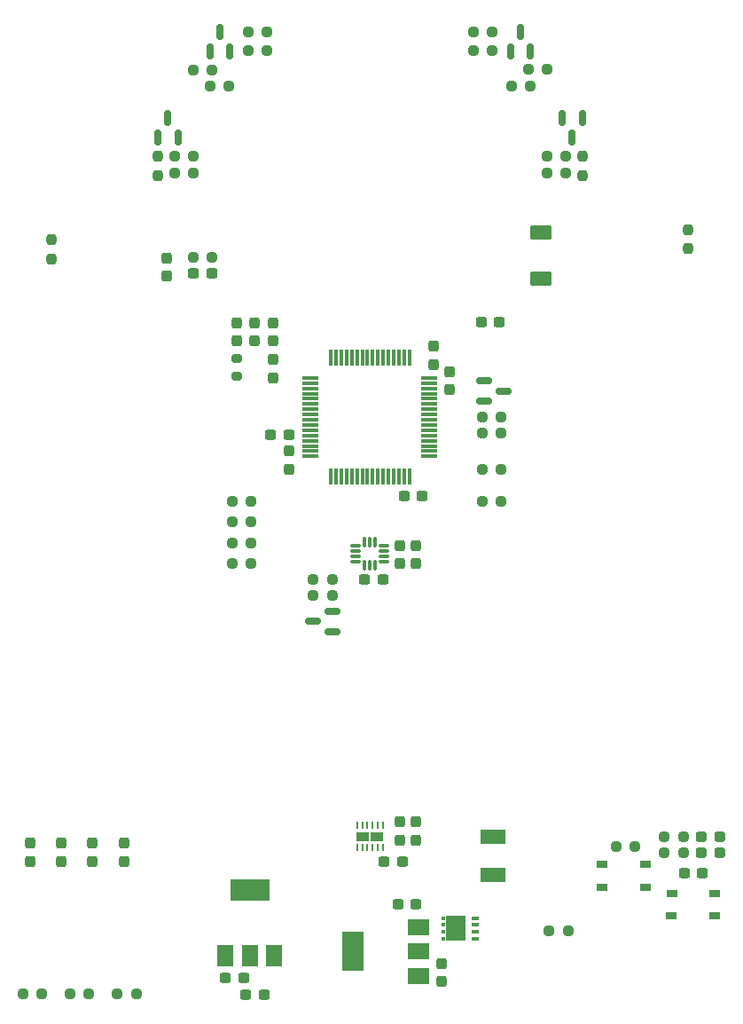
<source format=gtp>
G04 #@! TF.GenerationSoftware,KiCad,Pcbnew,7.0.9-7.0.9~ubuntu22.04.1*
G04 #@! TF.CreationDate,2023-12-19T11:18:58+09:00*
G04 #@! TF.ProjectId,fast_respect,66617374-5f72-4657-9370-6563742e6b69,rev?*
G04 #@! TF.SameCoordinates,Original*
G04 #@! TF.FileFunction,Paste,Top*
G04 #@! TF.FilePolarity,Positive*
%FSLAX46Y46*%
G04 Gerber Fmt 4.6, Leading zero omitted, Abs format (unit mm)*
G04 Created by KiCad (PCBNEW 7.0.9-7.0.9~ubuntu22.04.1) date 2023-12-19 11:18:58*
%MOMM*%
%LPD*%
G01*
G04 APERTURE LIST*
G04 Aperture macros list*
%AMRoundRect*
0 Rectangle with rounded corners*
0 $1 Rounding radius*
0 $2 $3 $4 $5 $6 $7 $8 $9 X,Y pos of 4 corners*
0 Add a 4 corners polygon primitive as box body*
4,1,4,$2,$3,$4,$5,$6,$7,$8,$9,$2,$3,0*
0 Add four circle primitives for the rounded corners*
1,1,$1+$1,$2,$3*
1,1,$1+$1,$4,$5*
1,1,$1+$1,$6,$7*
1,1,$1+$1,$8,$9*
0 Add four rect primitives between the rounded corners*
20,1,$1+$1,$2,$3,$4,$5,0*
20,1,$1+$1,$4,$5,$6,$7,0*
20,1,$1+$1,$6,$7,$8,$9,0*
20,1,$1+$1,$8,$9,$2,$3,0*%
G04 Aperture macros list end*
%ADD10RoundRect,0.237500X-0.250000X-0.237500X0.250000X-0.237500X0.250000X0.237500X-0.250000X0.237500X0*%
%ADD11R,1.050000X0.650000*%
%ADD12RoundRect,0.237500X0.237500X-0.300000X0.237500X0.300000X-0.237500X0.300000X-0.237500X-0.300000X0*%
%ADD13RoundRect,0.237500X0.250000X0.237500X-0.250000X0.237500X-0.250000X-0.237500X0.250000X-0.237500X0*%
%ADD14RoundRect,0.250000X0.800000X-0.450000X0.800000X0.450000X-0.800000X0.450000X-0.800000X-0.450000X0*%
%ADD15RoundRect,0.237500X0.300000X0.237500X-0.300000X0.237500X-0.300000X-0.237500X0.300000X-0.237500X0*%
%ADD16R,0.650000X0.350000*%
%ADD17R,0.450000X0.350000*%
%ADD18R,1.930000X2.450000*%
%ADD19RoundRect,0.237500X-0.237500X0.300000X-0.237500X-0.300000X0.237500X-0.300000X0.237500X0.300000X0*%
%ADD20RoundRect,0.237500X0.287500X0.237500X-0.287500X0.237500X-0.287500X-0.237500X0.287500X-0.237500X0*%
%ADD21RoundRect,0.200000X-0.275000X0.200000X-0.275000X-0.200000X0.275000X-0.200000X0.275000X0.200000X0*%
%ADD22RoundRect,0.237500X0.237500X-0.250000X0.237500X0.250000X-0.237500X0.250000X-0.237500X-0.250000X0*%
%ADD23RoundRect,0.150000X-0.587500X-0.150000X0.587500X-0.150000X0.587500X0.150000X-0.587500X0.150000X0*%
%ADD24RoundRect,0.237500X-0.300000X-0.237500X0.300000X-0.237500X0.300000X0.237500X-0.300000X0.237500X0*%
%ADD25RoundRect,0.075000X-0.075000X0.700000X-0.075000X-0.700000X0.075000X-0.700000X0.075000X0.700000X0*%
%ADD26RoundRect,0.075000X-0.700000X0.075000X-0.700000X-0.075000X0.700000X-0.075000X0.700000X0.075000X0*%
%ADD27RoundRect,0.237500X-0.237500X0.287500X-0.237500X-0.287500X0.237500X-0.287500X0.237500X0.287500X0*%
%ADD28RoundRect,0.150000X-0.150000X0.587500X-0.150000X-0.587500X0.150000X-0.587500X0.150000X0.587500X0*%
%ADD29RoundRect,0.150000X0.150000X-0.587500X0.150000X0.587500X-0.150000X0.587500X-0.150000X-0.587500X0*%
%ADD30RoundRect,0.150000X0.587500X0.150000X-0.587500X0.150000X-0.587500X-0.150000X0.587500X-0.150000X0*%
%ADD31R,1.170000X0.950000*%
%ADD32R,0.250000X0.750000*%
%ADD33RoundRect,0.087500X-0.412500X-0.087500X0.412500X-0.087500X0.412500X0.087500X-0.412500X0.087500X0*%
%ADD34RoundRect,0.087500X-0.087500X-0.412500X0.087500X-0.412500X0.087500X0.412500X-0.087500X0.412500X0*%
%ADD35R,2.400000X1.450000*%
%ADD36R,2.000000X1.500000*%
%ADD37R,2.000000X3.800000*%
%ADD38R,1.500000X2.000000*%
%ADD39R,3.800000X2.000000*%
G04 APERTURE END LIST*
D10*
X149837500Y-57000000D03*
X151662500Y-57000000D03*
D11*
X166275000Y-136825000D03*
X162125000Y-136825000D03*
X166275000Y-134675000D03*
X162150000Y-134675000D03*
D12*
X146050000Y-86962500D03*
X146050000Y-85237500D03*
D13*
X158690000Y-67100000D03*
X156865000Y-67100000D03*
D14*
X156300000Y-78800000D03*
X156300000Y-74400000D03*
D12*
X142850000Y-105975000D03*
X142850000Y-104250000D03*
D15*
X143062500Y-134400000D03*
X141337500Y-134400000D03*
D16*
X150050000Y-139800000D03*
X150050000Y-141750000D03*
X150050000Y-141100000D03*
X150050000Y-140450000D03*
D17*
X147000000Y-141750000D03*
X147000000Y-141100000D03*
D18*
X148190000Y-140775000D03*
D17*
X147000000Y-140450000D03*
X147000000Y-139800000D03*
D19*
X142850000Y-130637500D03*
X142850000Y-132362500D03*
D20*
X173375000Y-133600000D03*
X171625000Y-133600000D03*
X173375000Y-132000000D03*
X171625000Y-132000000D03*
D10*
X157087500Y-141000000D03*
X158912500Y-141000000D03*
D19*
X120610000Y-76815000D03*
X120610000Y-78540000D03*
D21*
X127250000Y-86425000D03*
X127250000Y-88075000D03*
D10*
X149837500Y-55250000D03*
X151662500Y-55250000D03*
D22*
X109600000Y-76912500D03*
X109600000Y-75087500D03*
D23*
X150912500Y-88550000D03*
X150912500Y-90450000D03*
X152787500Y-89500000D03*
D24*
X170020000Y-135520000D03*
X171745000Y-135520000D03*
D10*
X150687500Y-92000000D03*
X152512500Y-92000000D03*
D15*
X144362500Y-138500000D03*
X142637500Y-138500000D03*
D25*
X143750000Y-86325000D03*
X143250000Y-86325000D03*
X142750000Y-86325000D03*
X142250000Y-86325000D03*
X141750000Y-86325000D03*
X141250000Y-86325000D03*
X140750000Y-86325000D03*
X140250000Y-86325000D03*
X139750000Y-86325000D03*
X139250000Y-86325000D03*
X138750000Y-86325000D03*
X138250000Y-86325000D03*
X137750000Y-86325000D03*
X137250000Y-86325000D03*
X136750000Y-86325000D03*
X136250000Y-86325000D03*
D26*
X134325000Y-88250000D03*
X134325000Y-88750000D03*
X134325000Y-89250000D03*
X134325000Y-89750000D03*
X134325000Y-90250000D03*
X134325000Y-90750000D03*
X134325000Y-91250000D03*
X134325000Y-91750000D03*
X134325000Y-92250000D03*
X134325000Y-92750000D03*
X134325000Y-93250000D03*
X134325000Y-93750000D03*
X134325000Y-94250000D03*
X134325000Y-94750000D03*
X134325000Y-95250000D03*
X134325000Y-95750000D03*
D25*
X136250000Y-97675000D03*
X136750000Y-97675000D03*
X137250000Y-97675000D03*
X137750000Y-97675000D03*
X138250000Y-97675000D03*
X138750000Y-97675000D03*
X139250000Y-97675000D03*
X139750000Y-97675000D03*
X140250000Y-97675000D03*
X140750000Y-97675000D03*
X141250000Y-97675000D03*
X141750000Y-97675000D03*
X142250000Y-97675000D03*
X142750000Y-97675000D03*
X143250000Y-97675000D03*
X143750000Y-97675000D03*
D26*
X145675000Y-95750000D03*
X145675000Y-95250000D03*
X145675000Y-94750000D03*
X145675000Y-94250000D03*
X145675000Y-93750000D03*
X145675000Y-93250000D03*
X145675000Y-92750000D03*
X145675000Y-92250000D03*
X145675000Y-91750000D03*
X145675000Y-91250000D03*
X145675000Y-90750000D03*
X145675000Y-90250000D03*
X145675000Y-89750000D03*
X145675000Y-89250000D03*
X145675000Y-88750000D03*
X145675000Y-88250000D03*
D19*
X130750000Y-86500000D03*
X130750000Y-88225000D03*
D13*
X123135000Y-68700000D03*
X121310000Y-68700000D03*
X128662500Y-106000000D03*
X126837500Y-106000000D03*
D24*
X150610000Y-82900000D03*
X152335000Y-82900000D03*
D22*
X160270000Y-68925000D03*
X160270000Y-67100000D03*
D13*
X128662500Y-102000000D03*
X126837500Y-102000000D03*
X108662500Y-147000000D03*
X106837500Y-147000000D03*
D27*
X107500000Y-132625000D03*
X107500000Y-134375000D03*
D10*
X168087500Y-132000000D03*
X169912500Y-132000000D03*
D13*
X130162500Y-57000000D03*
X128337500Y-57000000D03*
X128662500Y-100000000D03*
X126837500Y-100000000D03*
D28*
X160250000Y-63422500D03*
X158350000Y-63422500D03*
X159300000Y-65297500D03*
D22*
X170400000Y-75912500D03*
X170400000Y-74087500D03*
D19*
X146800000Y-144137500D03*
X146800000Y-145862500D03*
D29*
X124700000Y-57087500D03*
X126600000Y-57087500D03*
X125650000Y-55212500D03*
D30*
X136437500Y-112450000D03*
X136437500Y-110550000D03*
X134562500Y-111500000D03*
D19*
X132250000Y-95250000D03*
X132250000Y-96975000D03*
D24*
X143250000Y-99500000D03*
X144975000Y-99500000D03*
D15*
X124862500Y-78250000D03*
X123137500Y-78250000D03*
D31*
X140685000Y-132000000D03*
X139315000Y-132000000D03*
D32*
X141250000Y-130925000D03*
X140750000Y-130925000D03*
X140250000Y-130925000D03*
X139750000Y-130925000D03*
X139250000Y-130925000D03*
X138750000Y-130925000D03*
X138750000Y-133075000D03*
X139250000Y-133075000D03*
X139750000Y-133075000D03*
X140250000Y-133075000D03*
X140750000Y-133075000D03*
X141250000Y-133075000D03*
D13*
X165312500Y-132950000D03*
X163487500Y-132950000D03*
D12*
X144400000Y-132362500D03*
X144400000Y-130637500D03*
D10*
X150687500Y-97000000D03*
X152512500Y-97000000D03*
D15*
X127925000Y-145500000D03*
X126200000Y-145500000D03*
D33*
X138650000Y-104250000D03*
X138650000Y-104750000D03*
X138650000Y-105250000D03*
X138650000Y-105750000D03*
D34*
X139500000Y-106100000D03*
X140000000Y-106100000D03*
X140500000Y-106100000D03*
D33*
X141350000Y-105750000D03*
X141350000Y-105250000D03*
X141350000Y-104750000D03*
X141350000Y-104250000D03*
D34*
X140500000Y-103900000D03*
X140000000Y-103900000D03*
X139500000Y-103900000D03*
D10*
X150687500Y-93500000D03*
X152512500Y-93500000D03*
D22*
X119730000Y-68925000D03*
X119730000Y-67100000D03*
D19*
X130750000Y-83000000D03*
X130750000Y-84725000D03*
D12*
X147600000Y-89362500D03*
X147600000Y-87637500D03*
D10*
X121310000Y-67100000D03*
X123135000Y-67100000D03*
X123087500Y-76710000D03*
X124912500Y-76710000D03*
D27*
X113500000Y-132625000D03*
X113500000Y-134375000D03*
D10*
X156865000Y-68700000D03*
X158690000Y-68700000D03*
D24*
X139500000Y-107500000D03*
X141225000Y-107500000D03*
D35*
X151710000Y-132040000D03*
X151710000Y-135690000D03*
D19*
X129000000Y-83000000D03*
X129000000Y-84725000D03*
D12*
X144400000Y-105975000D03*
X144400000Y-104250000D03*
D13*
X126512500Y-60450000D03*
X124687500Y-60450000D03*
X124912500Y-58900000D03*
X123087500Y-58900000D03*
X113162500Y-147000000D03*
X111337500Y-147000000D03*
D15*
X132225000Y-93650000D03*
X130500000Y-93650000D03*
D10*
X153487500Y-60450000D03*
X155312500Y-60450000D03*
D29*
X119750000Y-65297500D03*
X121650000Y-65297500D03*
X120700000Y-63422500D03*
D36*
X144650000Y-145300000D03*
X144650000Y-143000000D03*
D37*
X138350000Y-143000000D03*
D36*
X144650000Y-140700000D03*
D10*
X155087500Y-58840000D03*
X156912500Y-58840000D03*
D13*
X136412500Y-109000000D03*
X134587500Y-109000000D03*
D38*
X126200000Y-143400000D03*
X128500000Y-143400000D03*
D39*
X128500000Y-137100000D03*
D38*
X130800000Y-143400000D03*
D15*
X129862500Y-147100000D03*
X128137500Y-147100000D03*
D11*
X172925000Y-139575000D03*
X168775000Y-139575000D03*
X172925000Y-137425000D03*
X168800000Y-137425000D03*
D10*
X134587500Y-107450000D03*
X136412500Y-107450000D03*
X168087500Y-133600000D03*
X169912500Y-133600000D03*
D13*
X130162500Y-55250000D03*
X128337500Y-55250000D03*
X128662500Y-104000000D03*
X126837500Y-104000000D03*
D27*
X110500000Y-132625000D03*
X110500000Y-134375000D03*
D19*
X127250000Y-83000000D03*
X127250000Y-84725000D03*
D13*
X117662500Y-147000000D03*
X115837500Y-147000000D03*
D27*
X116500000Y-132625000D03*
X116500000Y-134375000D03*
D29*
X153400000Y-57087500D03*
X155300000Y-57087500D03*
X154350000Y-55212500D03*
D13*
X152512500Y-100000000D03*
X150687500Y-100000000D03*
M02*

</source>
